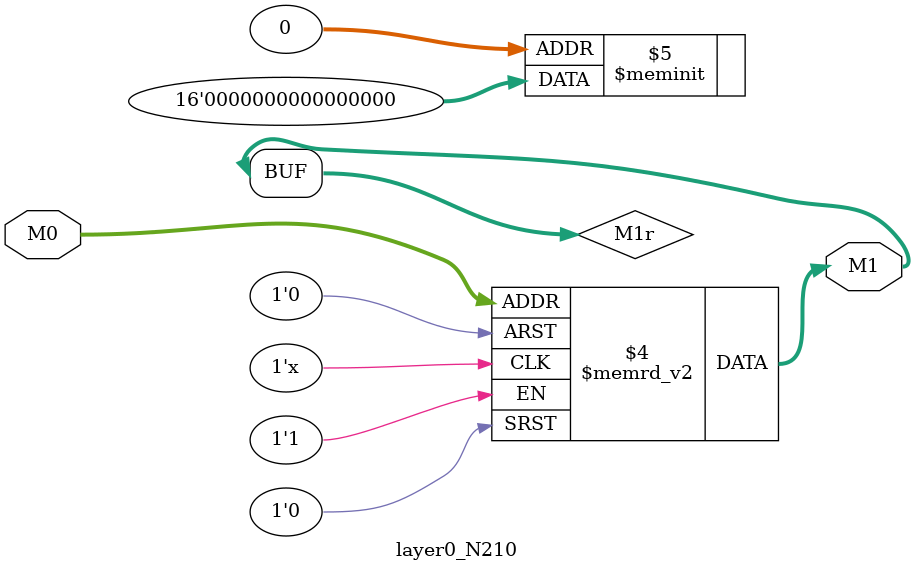
<source format=v>
module layer0_N210 ( input [2:0] M0, output [1:0] M1 );

	(*rom_style = "distributed" *) reg [1:0] M1r;
	assign M1 = M1r;
	always @ (M0) begin
		case (M0)
			3'b000: M1r = 2'b00;
			3'b100: M1r = 2'b00;
			3'b010: M1r = 2'b00;
			3'b110: M1r = 2'b00;
			3'b001: M1r = 2'b00;
			3'b101: M1r = 2'b00;
			3'b011: M1r = 2'b00;
			3'b111: M1r = 2'b00;

		endcase
	end
endmodule

</source>
